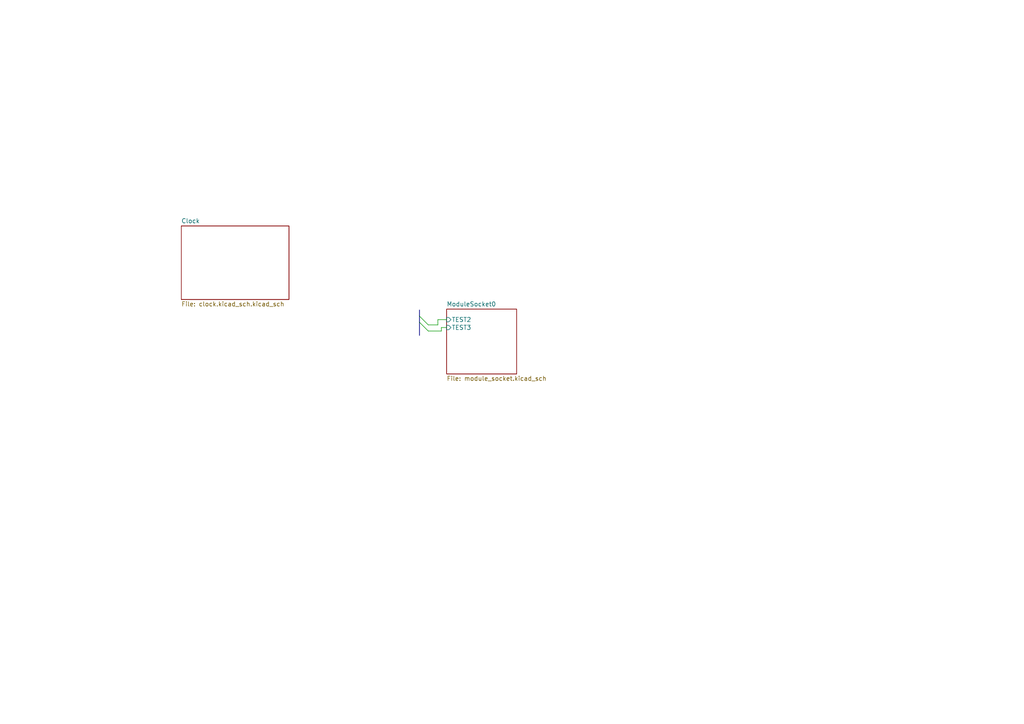
<source format=kicad_sch>
(kicad_sch (version 20230121) (generator eeschema)
  (paper "A4")
  (title_block (title "SAP-MOD Backplane") (date "2023-08-08") (rev "v1.0") (company "SEA7 Aerospace") (comment 1 "MIT License"))
  (lib_symbols)
  (bus_entry (at 121.666 93.472) (size 2.54 2.54))
  (bus_entry (at 121.666 91.694) (size 2.54 2.54))
  (wire (pts (xy 128.016 94.996) (xy 129.54 94.996)))
  (bus (pts (xy 121.666 89.916) (xy 121.666 91.694)) (stroke (width 0.2032)))
  (wire (pts (xy 128.016 96.012) (xy 128.016 94.996)))
  (wire (pts (xy 124.206 94.234) (xy 127 94.234)))
  (bus (pts (xy 121.666 93.472) (xy 121.666 97.282)) (stroke (width 0.2032)))
  (wire (pts (xy 127 94.234) (xy 127 92.71)))
  (wire (pts (xy 127 92.71) (xy 129.54 92.71)))
  (bus (pts (xy 121.666 91.694) (xy 121.666 93.472)) (stroke (width 0.2032)))
  (wire (pts (xy 124.206 96.012) (xy 128.016 96.012)))
  (sheet (at 52.578 65.532) (size 31.242 21.336) (stroke (width 0.1524))
    (property "Sheetname" "Clock" (at 52.578 64.8204 0) (effects (justify left bottom)))
    (property "Sheetfile" "clock.kicad_sch.kicad_sch" (at 52.578 87.4526 0) (effects (justify left top)))
  )
  (sheet (at 129.54 89.662) (size 20.32 18.796) (stroke (width 0.1524))
    (property "Sheetname" "ModuleSocket0" (at 129.54 88.9504 0) (effects (justify left bottom)))
    (property "Sheetfile" "module_socket.kicad_sch" (at 129.54 109.0426 0) (effects (justify left top)))
    (pin "TEST2" input (at 129.54 92.71 180))
    (pin "TEST3" input (at 129.54 94.996 180))
  )
)
</source>
